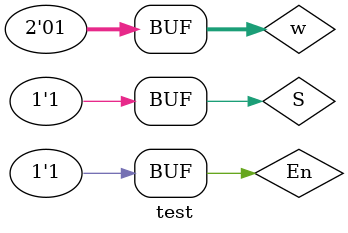
<source format=v>
`timescale 1ns / 1ps


module test;

	// Inputs
	reg [1:0] w;
	reg S;
	reg En;

	// Outputs
	wire [3:0] y;

	// Instantiate the Unit Under Test (UUT)
	Decoder2to4_ES uut (
		.w(w), 
		.S(S), 
		.En(En), 
		.y(y)
	);
initial begin
w = 0;
S = 0;
En = 0;
#100;

w = 0;
S = 0;
En = 1;
#100;

w = 0;
S = 1;
En = 0;
#100;

w = 0;
S = 1;
En = 1;
#100;

w = 1;
S = 0;
En = 0;
#100;

w = 1;
S = 0;
En = 1;
#100;

w = 1;
S = 1;
En = 0;
#100;

w = 1;
S = 1;
En = 1;
#100;
end
endmodule


</source>
